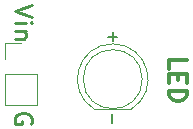
<source format=gbr>
%TF.GenerationSoftware,KiCad,Pcbnew,5.1.5-52549c5~86~ubuntu16.04.1*%
%TF.CreationDate,2020-11-09T14:28:39+05:30*%
%TF.ProjectId,DIP_LED_Module_V1.0,4449505f-4c45-4445-9f4d-6f64756c655f,V1.0*%
%TF.SameCoordinates,Original*%
%TF.FileFunction,Legend,Top*%
%TF.FilePolarity,Positive*%
%FSLAX46Y46*%
G04 Gerber Fmt 4.6, Leading zero omitted, Abs format (unit mm)*
G04 Created by KiCad (PCBNEW 5.1.5-52549c5~86~ubuntu16.04.1) date 2020-11-09 14:28:39*
%MOMM*%
%LPD*%
G04 APERTURE LIST*
%ADD10C,0.300000*%
%ADD11C,0.150000*%
%ADD12C,0.250000*%
%ADD13C,0.120000*%
G04 APERTURE END LIST*
D10*
X143974428Y-97333714D02*
X143974428Y-96619428D01*
X145474428Y-96619428D01*
X144760142Y-97833714D02*
X144760142Y-98333714D01*
X143974428Y-98548000D02*
X143974428Y-97833714D01*
X145474428Y-97833714D01*
X145474428Y-98548000D01*
X143974428Y-99190857D02*
X145474428Y-99190857D01*
X145474428Y-99548000D01*
X145403000Y-99762285D01*
X145260142Y-99905142D01*
X145117285Y-99976571D01*
X144831571Y-100048000D01*
X144617285Y-100048000D01*
X144331571Y-99976571D01*
X144188714Y-99905142D01*
X144045857Y-99762285D01*
X143974428Y-99548000D01*
X143974428Y-99190857D01*
D11*
X138845504Y-94639270D02*
X139607409Y-94639270D01*
X139226457Y-95020222D02*
X139226457Y-94258318D01*
X139136428Y-101980952D02*
X139136428Y-101219047D01*
D12*
X132322000Y-101992857D02*
X132393428Y-101850000D01*
X132393428Y-101635714D01*
X132322000Y-101421428D01*
X132179142Y-101278571D01*
X132036285Y-101207142D01*
X131750571Y-101135714D01*
X131536285Y-101135714D01*
X131250571Y-101207142D01*
X131107714Y-101278571D01*
X130964857Y-101421428D01*
X130893428Y-101635714D01*
X130893428Y-101778571D01*
X130964857Y-101992857D01*
X131036285Y-102064285D01*
X131536285Y-102064285D01*
X131536285Y-101778571D01*
X132393428Y-91936285D02*
X130893428Y-92436285D01*
X132393428Y-92936285D01*
X130893428Y-93436285D02*
X131893428Y-93436285D01*
X132393428Y-93436285D02*
X132322000Y-93364857D01*
X132250571Y-93436285D01*
X132322000Y-93507714D01*
X132393428Y-93436285D01*
X132250571Y-93436285D01*
X131893428Y-94150571D02*
X130893428Y-94150571D01*
X131750571Y-94150571D02*
X131822000Y-94222000D01*
X131893428Y-94364857D01*
X131893428Y-94579142D01*
X131822000Y-94722000D01*
X131679142Y-94793428D01*
X130893428Y-94793428D01*
D13*
%TO.C,J1*%
X130115000Y-95190000D02*
X131445000Y-95190000D01*
X130115000Y-96520000D02*
X130115000Y-95190000D01*
X130115000Y-97790000D02*
X132775000Y-97790000D01*
X132775000Y-97790000D02*
X132775000Y-100390000D01*
X130115000Y-97790000D02*
X130115000Y-100390000D01*
X130115000Y-100390000D02*
X132775000Y-100390000D01*
%TO.C,D1*%
X141710000Y-98229000D02*
G75*
G03X141710000Y-98229000I-2500000J0D01*
G01*
X137665000Y-100789000D02*
X140755000Y-100789000D01*
X139210462Y-95239000D02*
G75*
G03X137665170Y-100789000I-462J-2990000D01*
G01*
X139209538Y-95239000D02*
G75*
G02X140754830Y-100789000I462J-2990000D01*
G01*
%TD*%
M02*

</source>
